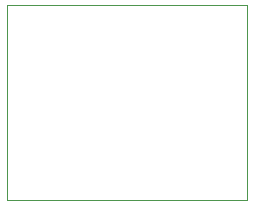
<source format=gbr>
G04 #@! TF.GenerationSoftware,KiCad,Pcbnew,(5.1.5)-3*
G04 #@! TF.CreationDate,2020-02-10T11:28:52-05:00*
G04 #@! TF.ProjectId,3pin-breakout,3370696e-2d62-4726-9561-6b6f75742e6b,rev?*
G04 #@! TF.SameCoordinates,Original*
G04 #@! TF.FileFunction,Profile,NP*
%FSLAX46Y46*%
G04 Gerber Fmt 4.6, Leading zero omitted, Abs format (unit mm)*
G04 Created by KiCad (PCBNEW (5.1.5)-3) date 2020-02-10 11:28:52*
%MOMM*%
%LPD*%
G04 APERTURE LIST*
%ADD10C,0.100000*%
G04 APERTURE END LIST*
D10*
X128270000Y-72390000D02*
X128270000Y-88900000D01*
X107950000Y-72390000D02*
X128270000Y-72390000D01*
X107950000Y-88900000D02*
X107950000Y-72390000D01*
X128270000Y-88900000D02*
X107950000Y-88900000D01*
M02*

</source>
